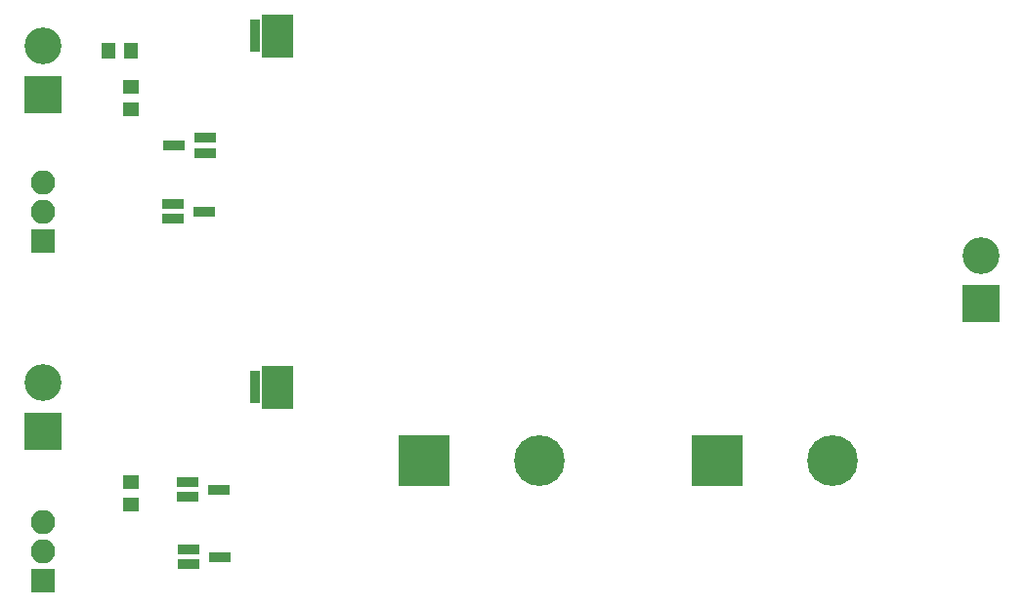
<source format=gbr>
G04 #@! TF.FileFunction,Soldermask,Top*
%FSLAX46Y46*%
G04 Gerber Fmt 4.6, Leading zero omitted, Abs format (unit mm)*
G04 Created by KiCad (PCBNEW 4.0.7-e2-6376~58~ubuntu16.04.1) date Fri Dec  8 16:26:48 2017*
%MOMM*%
%LPD*%
G01*
G04 APERTURE LIST*
%ADD10C,0.100000*%
%ADD11R,4.400000X4.400000*%
%ADD12C,4.400000*%
%ADD13R,3.200000X3.200000*%
%ADD14C,3.200000*%
%ADD15R,1.900000X0.850000*%
%ADD16R,0.900000X0.900000*%
%ADD17R,2.800000X3.800000*%
%ADD18R,1.400000X1.245000*%
%ADD19R,1.245000X1.400000*%
%ADD20R,2.100000X2.100000*%
%ADD21O,2.100000X2.100000*%
G04 APERTURE END LIST*
D10*
D11*
X153670000Y-88900000D03*
D12*
X163670000Y-88900000D03*
D11*
X179070000Y-88900000D03*
D12*
X189070000Y-88900000D03*
D13*
X120650000Y-57150000D03*
D14*
X120650000Y-52950000D03*
D13*
X120650000Y-86360000D03*
D14*
X120650000Y-82160000D03*
D13*
X201930000Y-75320000D03*
D14*
X201930000Y-71120000D03*
D15*
X134680000Y-62230000D03*
X134680000Y-60930000D03*
X132020000Y-61580000D03*
X131960000Y-66660000D03*
X131960000Y-67960000D03*
X134620000Y-67310000D03*
X133230000Y-90790000D03*
X133230000Y-92090000D03*
X135890000Y-91440000D03*
X133290000Y-96632000D03*
X133290000Y-97932000D03*
X135950000Y-97282000D03*
D16*
X139020000Y-51095000D03*
X139020000Y-51745000D03*
X139020000Y-52395000D03*
X139020000Y-53045000D03*
D17*
X140970000Y-52070000D03*
D16*
X139020000Y-81575000D03*
X139020000Y-82225000D03*
X139020000Y-82875000D03*
X139020000Y-83525000D03*
D17*
X140970000Y-82550000D03*
D18*
X128270000Y-90785000D03*
X128270000Y-92710000D03*
D19*
X128270000Y-53340000D03*
X126345000Y-53340000D03*
D18*
X128270000Y-58420000D03*
X128270000Y-56495000D03*
D20*
X120650000Y-69850000D03*
D21*
X120650000Y-67310000D03*
X120650000Y-64770000D03*
D20*
X120650000Y-99314000D03*
D21*
X120650000Y-96774000D03*
X120650000Y-94234000D03*
M02*

</source>
